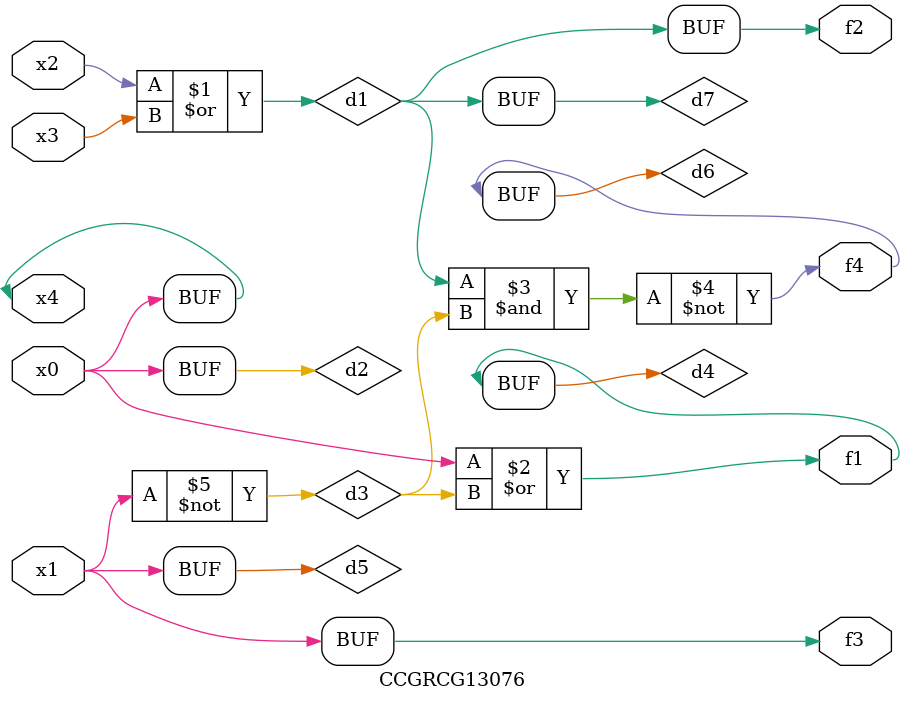
<source format=v>
module CCGRCG13076(
	input x0, x1, x2, x3, x4,
	output f1, f2, f3, f4
);

	wire d1, d2, d3, d4, d5, d6, d7;

	or (d1, x2, x3);
	buf (d2, x0, x4);
	not (d3, x1);
	or (d4, d2, d3);
	not (d5, d3);
	nand (d6, d1, d3);
	or (d7, d1);
	assign f1 = d4;
	assign f2 = d7;
	assign f3 = d5;
	assign f4 = d6;
endmodule

</source>
